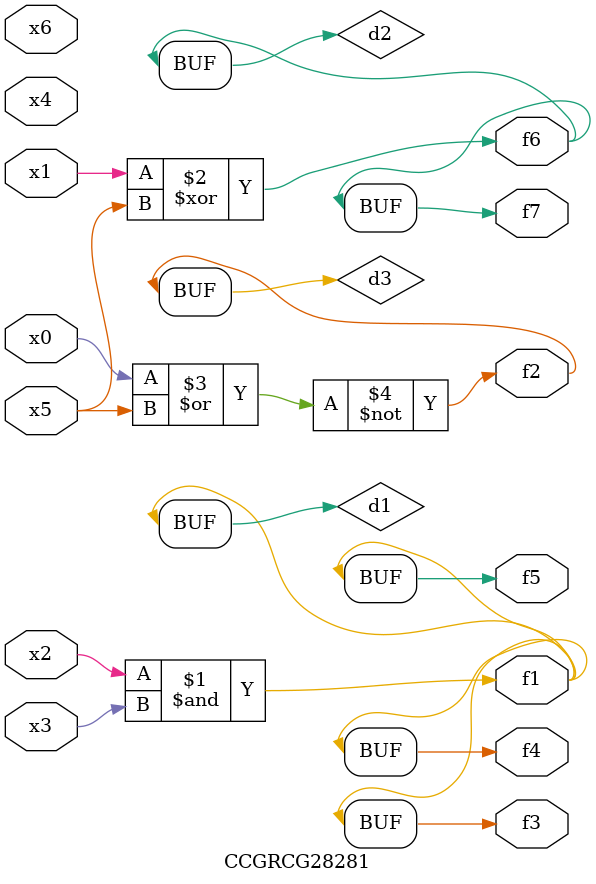
<source format=v>
module CCGRCG28281(
	input x0, x1, x2, x3, x4, x5, x6,
	output f1, f2, f3, f4, f5, f6, f7
);

	wire d1, d2, d3;

	and (d1, x2, x3);
	xor (d2, x1, x5);
	nor (d3, x0, x5);
	assign f1 = d1;
	assign f2 = d3;
	assign f3 = d1;
	assign f4 = d1;
	assign f5 = d1;
	assign f6 = d2;
	assign f7 = d2;
endmodule

</source>
